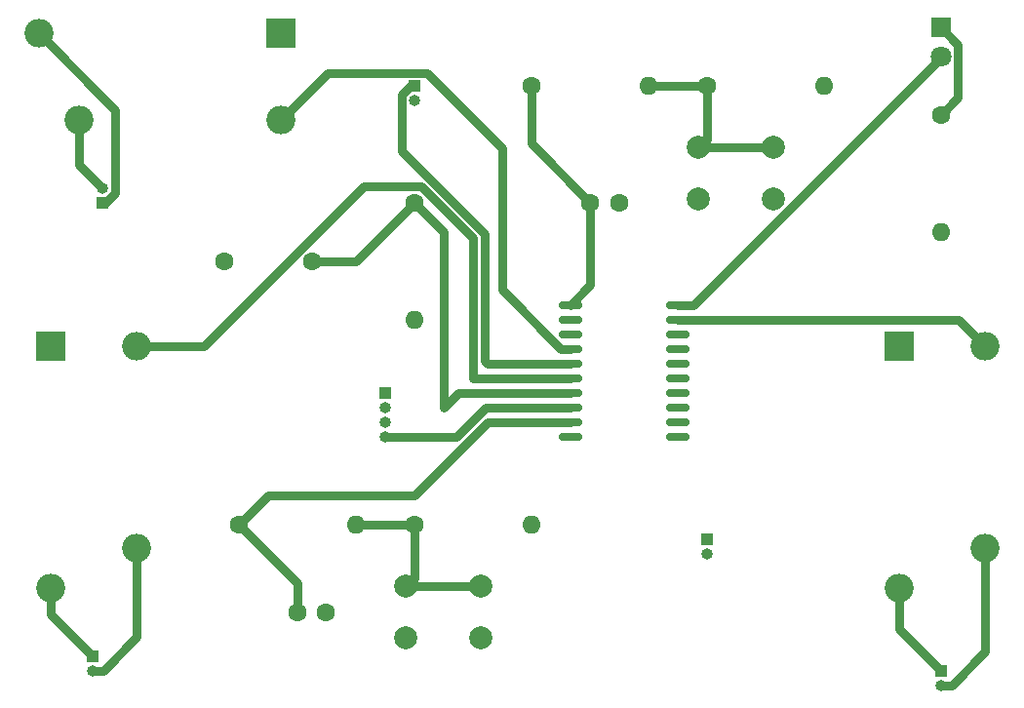
<source format=gbr>
%TF.GenerationSoftware,KiCad,Pcbnew,7.0.2*%
%TF.CreationDate,2023-06-25T21:00:02-03:00*%
%TF.ProjectId,horta,686f7274-612e-46b6-9963-61645f706362,rev?*%
%TF.SameCoordinates,Original*%
%TF.FileFunction,Copper,L1,Top*%
%TF.FilePolarity,Positive*%
%FSLAX46Y46*%
G04 Gerber Fmt 4.6, Leading zero omitted, Abs format (unit mm)*
G04 Created by KiCad (PCBNEW 7.0.2) date 2023-06-25 21:00:02*
%MOMM*%
%LPD*%
G01*
G04 APERTURE LIST*
G04 Aperture macros list*
%AMRoundRect*
0 Rectangle with rounded corners*
0 $1 Rounding radius*
0 $2 $3 $4 $5 $6 $7 $8 $9 X,Y pos of 4 corners*
0 Add a 4 corners polygon primitive as box body*
4,1,4,$2,$3,$4,$5,$6,$7,$8,$9,$2,$3,0*
0 Add four circle primitives for the rounded corners*
1,1,$1+$1,$2,$3*
1,1,$1+$1,$4,$5*
1,1,$1+$1,$6,$7*
1,1,$1+$1,$8,$9*
0 Add four rect primitives between the rounded corners*
20,1,$1+$1,$2,$3,$4,$5,0*
20,1,$1+$1,$4,$5,$6,$7,0*
20,1,$1+$1,$6,$7,$8,$9,0*
20,1,$1+$1,$8,$9,$2,$3,0*%
G04 Aperture macros list end*
%TA.AperFunction,SMDPad,CuDef*%
%ADD10RoundRect,0.150000X-0.875000X-0.150000X0.875000X-0.150000X0.875000X0.150000X-0.875000X0.150000X0*%
%TD*%
%TA.AperFunction,ComponentPad*%
%ADD11C,2.000000*%
%TD*%
%TA.AperFunction,ComponentPad*%
%ADD12C,1.600000*%
%TD*%
%TA.AperFunction,ComponentPad*%
%ADD13O,1.600000X1.600000*%
%TD*%
%TA.AperFunction,ComponentPad*%
%ADD14R,2.500000X2.500000*%
%TD*%
%TA.AperFunction,ComponentPad*%
%ADD15O,2.500000X2.500000*%
%TD*%
%TA.AperFunction,ComponentPad*%
%ADD16R,1.000000X1.000000*%
%TD*%
%TA.AperFunction,ComponentPad*%
%ADD17O,1.000000X1.000000*%
%TD*%
%TA.AperFunction,ComponentPad*%
%ADD18R,1.800000X1.800000*%
%TD*%
%TA.AperFunction,ComponentPad*%
%ADD19C,1.800000*%
%TD*%
%TA.AperFunction,Conductor*%
%ADD20C,0.800000*%
%TD*%
G04 APERTURE END LIST*
D10*
%TO.P,U1,1,PB0*%
%TO.N,Net-(U1-PB0)*%
X149860000Y-95250000D03*
%TO.P,U1,2,PA7*%
%TO.N,unconnected-(U1-PA7-Pad2)*%
X149860000Y-96520000D03*
%TO.P,U1,3,PA6*%
%TO.N,unconnected-(U1-PA6-Pad3)*%
X149860000Y-97790000D03*
%TO.P,U1,4,PA5*%
%TO.N,Net-(U1-PA5)*%
X149860000Y-99060000D03*
%TO.P,U1,5,PA4*%
%TO.N,Net-(J2-Pin_1)*%
X149860000Y-100330000D03*
%TO.P,U1,6,PA3*%
%TO.N,Net-(U1-PA3)*%
X149860000Y-101600000D03*
%TO.P,U1,7,PA2*%
%TO.N,Net-(U1-PA2)*%
X149860000Y-102870000D03*
%TO.P,U1,8,PA1*%
%TO.N,Net-(J5-Pin_4)*%
X149860000Y-104140000D03*
%TO.P,U1,9,PA0*%
%TO.N,Net-(U1-PA0)*%
X149860000Y-105410000D03*
%TO.P,U1,10,GND*%
%TO.N,GND*%
X149860000Y-106680000D03*
%TO.P,U1,11,VCC*%
%TO.N,VCC*%
X159160000Y-106680000D03*
%TO.P,U1,12,PC5*%
%TO.N,unconnected-(U1-PC5-Pad12)*%
X159160000Y-105410000D03*
%TO.P,U1,13,PC4*%
%TO.N,unconnected-(U1-PC4-Pad13)*%
X159160000Y-104140000D03*
%TO.P,U1,14,~{RESET}/PC3*%
%TO.N,unconnected-(U1-~{RESET}{slash}PC3-Pad14)*%
X159160000Y-102870000D03*
%TO.P,U1,15,PC2*%
%TO.N,unconnected-(U1-PC2-Pad15)*%
X159160000Y-101600000D03*
%TO.P,U1,16,PC1*%
%TO.N,unconnected-(U1-PC1-Pad16)*%
X159160000Y-100330000D03*
%TO.P,U1,17,PC0*%
%TO.N,unconnected-(U1-PC0-Pad17)*%
X159160000Y-99060000D03*
%TO.P,U1,18,PB3*%
%TO.N,unconnected-(U1-PB3-Pad18)*%
X159160000Y-97790000D03*
%TO.P,U1,19,PB2*%
%TO.N,Net-(U1-PB2)*%
X159160000Y-96520000D03*
%TO.P,U1,20,PB1*%
%TO.N,Net-(D1-A)*%
X159160000Y-95250000D03*
%TD*%
D11*
%TO.P,SW2,2,2*%
%TO.N,GND*%
X160990000Y-86070000D03*
X167490000Y-86070000D03*
%TO.P,SW2,1,1*%
%TO.N,Net-(R5-Pad2)*%
X160990000Y-81570000D03*
X167490000Y-81570000D03*
%TD*%
%TO.P,SW1,1,1*%
%TO.N,Net-(R1-Pad1)*%
X142090000Y-119670000D03*
X135590000Y-119670000D03*
%TO.P,SW1,2,2*%
%TO.N,GND*%
X142090000Y-124170000D03*
X135590000Y-124170000D03*
%TD*%
D12*
%TO.P,R7,1*%
%TO.N,Net-(D1-K)*%
X182020000Y-78740000D03*
D13*
%TO.P,R7,2*%
%TO.N,GND*%
X182020000Y-88900000D03*
%TD*%
%TO.P,R6,2*%
%TO.N,VCC*%
X171860000Y-76200000D03*
D12*
%TO.P,R6,1*%
%TO.N,Net-(R5-Pad2)*%
X161700000Y-76200000D03*
%TD*%
D13*
%TO.P,R5,2*%
%TO.N,Net-(R5-Pad2)*%
X156620000Y-76200000D03*
D12*
%TO.P,R5,1*%
%TO.N,Net-(U1-PB0)*%
X146460000Y-76200000D03*
%TD*%
D13*
%TO.P,R4,2*%
%TO.N,GND*%
X136300000Y-96520000D03*
D12*
%TO.P,R4,1*%
%TO.N,Net-(U1-PA2)*%
X136300000Y-86360000D03*
%TD*%
%TO.P,R3,1*%
%TO.N,VCC*%
X119800000Y-91440000D03*
%TO.P,R3,2*%
%TO.N,Net-(U1-PA2)*%
X127400000Y-91440000D03*
%TD*%
%TO.P,R2,1*%
%TO.N,Net-(U1-PA0)*%
X121060000Y-114300000D03*
D13*
%TO.P,R2,2*%
%TO.N,Net-(R1-Pad1)*%
X131220000Y-114300000D03*
%TD*%
D12*
%TO.P,R1,1*%
%TO.N,Net-(R1-Pad1)*%
X136300000Y-114300000D03*
D13*
%TO.P,R1,2*%
%TO.N,VCC*%
X146460000Y-114300000D03*
%TD*%
D14*
%TO.P,K3,1*%
%TO.N,GND*%
X178362500Y-98812500D03*
D15*
%TO.P,K3,3*%
%TO.N,Net-(J8-Pin_1)*%
X178362500Y-119812500D03*
%TO.P,K3,5*%
%TO.N,Net-(J8-Pin_2)*%
X185862500Y-116312500D03*
%TO.P,K3,6*%
%TO.N,Net-(U1-PB2)*%
X185862500Y-98812500D03*
%TD*%
D14*
%TO.P,K2,1*%
%TO.N,GND*%
X124707500Y-71682500D03*
D15*
%TO.P,K2,3*%
%TO.N,Net-(J7-Pin_1)*%
X103707500Y-71682500D03*
%TO.P,K2,5*%
%TO.N,Net-(J7-Pin_2)*%
X107207500Y-79182500D03*
%TO.P,K2,6*%
%TO.N,Net-(U1-PA5)*%
X124707500Y-79182500D03*
%TD*%
D14*
%TO.P,K1,1*%
%TO.N,GND*%
X104702500Y-98812500D03*
D15*
%TO.P,K1,3*%
%TO.N,Net-(J1-Pin_1)*%
X104702500Y-119812500D03*
%TO.P,K1,5*%
%TO.N,Net-(J1-Pin_2)*%
X112202500Y-116312500D03*
%TO.P,K1,6*%
%TO.N,Net-(U1-PA3)*%
X112202500Y-98812500D03*
%TD*%
D16*
%TO.P,J8,1,Pin_1*%
%TO.N,Net-(J8-Pin_1)*%
X182020000Y-127000000D03*
D17*
%TO.P,J8,2,Pin_2*%
%TO.N,Net-(J8-Pin_2)*%
X182020000Y-128270000D03*
%TD*%
D16*
%TO.P,J7,1,Pin_1*%
%TO.N,Net-(J7-Pin_1)*%
X109220000Y-86360000D03*
D17*
%TO.P,J7,2,Pin_2*%
%TO.N,Net-(J7-Pin_2)*%
X109220000Y-85090000D03*
%TD*%
D16*
%TO.P,J5,1,Pin_1*%
%TO.N,VCC*%
X133760000Y-102870000D03*
D17*
%TO.P,J5,2,Pin_2*%
%TO.N,GND*%
X133760000Y-104140000D03*
%TO.P,J5,3,Pin_3*%
%TO.N,unconnected-(J5-Pin_3-Pad3)*%
X133760000Y-105410000D03*
%TO.P,J5,4,Pin_4*%
%TO.N,Net-(J5-Pin_4)*%
X133760000Y-106680000D03*
%TD*%
D16*
%TO.P,J4,1,Pin_1*%
%TO.N,VCC*%
X161700000Y-115570000D03*
D17*
%TO.P,J4,2,Pin_2*%
%TO.N,GND*%
X161700000Y-116840000D03*
%TD*%
D16*
%TO.P,J2,1,Pin_1*%
%TO.N,Net-(J2-Pin_1)*%
X136300000Y-76200000D03*
D17*
%TO.P,J2,2,Pin_2*%
%TO.N,GND*%
X136300000Y-77470000D03*
%TD*%
D16*
%TO.P,J1,1,Pin_1*%
%TO.N,Net-(J1-Pin_1)*%
X108360000Y-125730000D03*
D17*
%TO.P,J1,2,Pin_2*%
%TO.N,Net-(J1-Pin_2)*%
X108360000Y-127000000D03*
%TD*%
D18*
%TO.P,D1,1,K*%
%TO.N,Net-(D1-K)*%
X182020000Y-71120000D03*
D19*
%TO.P,D1,2,A*%
%TO.N,Net-(D1-A)*%
X182020000Y-73660000D03*
%TD*%
D12*
%TO.P,C2,2*%
%TO.N,GND*%
X154080000Y-86360000D03*
%TO.P,C2,1*%
%TO.N,Net-(U1-PB0)*%
X151580000Y-86360000D03*
%TD*%
%TO.P,C1,2*%
%TO.N,GND*%
X128640000Y-121920000D03*
%TO.P,C1,1*%
%TO.N,Net-(U1-PA0)*%
X126140000Y-121920000D03*
%TD*%
D20*
%TO.N,Net-(J7-Pin_2)*%
X107207500Y-79182500D02*
X107207500Y-83077500D01*
X107207500Y-83077500D02*
X109220000Y-85090000D01*
%TO.N,Net-(J7-Pin_1)*%
X109505635Y-86360000D02*
X109220000Y-86360000D01*
X110320000Y-85545635D02*
X109505635Y-86360000D01*
X110320000Y-78295000D02*
X110320000Y-85545635D01*
X103707500Y-71682500D02*
X110320000Y-78295000D01*
%TO.N,Net-(U1-PA5)*%
X143920000Y-81620000D02*
X143920000Y-93935660D01*
X149044340Y-99060000D02*
X149860000Y-99060000D01*
X137400000Y-75100000D02*
X143920000Y-81620000D01*
X128790000Y-75100000D02*
X137400000Y-75100000D01*
X124707500Y-79182500D02*
X128790000Y-75100000D01*
X143920000Y-93935660D02*
X149044340Y-99060000D01*
%TO.N,Net-(R5-Pad2)*%
X160990000Y-81570000D02*
X167490000Y-81570000D01*
X161700000Y-80860000D02*
X160990000Y-81570000D01*
X161700000Y-76200000D02*
X161700000Y-80860000D01*
X156620000Y-76200000D02*
X161700000Y-76200000D01*
%TO.N,Net-(U1-PB0)*%
X146460000Y-81240000D02*
X151580000Y-86360000D01*
X146460000Y-76200000D02*
X146460000Y-81240000D01*
%TO.N,Net-(J2-Pin_1)*%
X136014365Y-76200000D02*
X136300000Y-76200000D01*
X135200000Y-77014365D02*
X136014365Y-76200000D01*
X142380000Y-89045887D02*
X135200000Y-81865887D01*
X135200000Y-81865887D02*
X135200000Y-77014365D01*
X142380000Y-100060000D02*
X142380000Y-89045887D01*
X149860000Y-100330000D02*
X142650000Y-100330000D01*
X142650000Y-100330000D02*
X142380000Y-100060000D01*
%TO.N,Net-(U1-PA3)*%
X141380000Y-101600000D02*
X149860000Y-101600000D01*
X141380000Y-89460101D02*
X141380000Y-101600000D01*
X131900101Y-84960000D02*
X136879899Y-84960000D01*
X118047601Y-98812500D02*
X131900101Y-84960000D01*
X136879899Y-84960000D02*
X141380000Y-89460101D01*
X112202500Y-98812500D02*
X118047601Y-98812500D01*
%TO.N,Net-(J5-Pin_4)*%
X142505786Y-104140000D02*
X149860000Y-104140000D01*
X139965786Y-106680000D02*
X142505786Y-104140000D01*
X133760000Y-106680000D02*
X139965786Y-106680000D01*
%TO.N,Net-(U1-PA2)*%
X138840000Y-104140000D02*
X140110000Y-102870000D01*
X140110000Y-102870000D02*
X149860000Y-102870000D01*
X138840000Y-88900000D02*
X138840000Y-104140000D01*
X136300000Y-86360000D02*
X138840000Y-88900000D01*
X131220000Y-91440000D02*
X136300000Y-86360000D01*
X127400000Y-91440000D02*
X131220000Y-91440000D01*
%TO.N,Net-(J8-Pin_1)*%
X178362500Y-123342500D02*
X182020000Y-127000000D01*
X178362500Y-119812500D02*
X178362500Y-123342500D01*
%TO.N,Net-(J8-Pin_2)*%
X185862500Y-125357500D02*
X182950000Y-128270000D01*
X185862500Y-116312500D02*
X185862500Y-125357500D01*
X182950000Y-128270000D02*
X182020000Y-128270000D01*
%TO.N,Net-(U1-PB2)*%
X183570000Y-96520000D02*
X159160000Y-96520000D01*
X185862500Y-98812500D02*
X183570000Y-96520000D01*
%TO.N,Net-(D1-K)*%
X183520000Y-77240000D02*
X182020000Y-78740000D01*
X182020000Y-71120000D02*
X183520000Y-72620000D01*
X183520000Y-72620000D02*
X183520000Y-77240000D01*
%TO.N,Net-(D1-A)*%
X182020000Y-73802742D02*
X182020000Y-73660000D01*
X159160000Y-95250000D02*
X160572742Y-95250000D01*
X160572742Y-95250000D02*
X182020000Y-73802742D01*
%TO.N,Net-(U1-PB0)*%
X151580000Y-93530000D02*
X149860000Y-95250000D01*
X151580000Y-86360000D02*
X151580000Y-93530000D01*
%TO.N,Net-(J1-Pin_1)*%
X104702500Y-122072500D02*
X108360000Y-125730000D01*
X104702500Y-119812500D02*
X104702500Y-122072500D01*
%TO.N,Net-(J1-Pin_2)*%
X112202500Y-124087500D02*
X112202500Y-116312500D01*
X108360000Y-127000000D02*
X109290000Y-127000000D01*
X109290000Y-127000000D02*
X112202500Y-124087500D01*
%TO.N,Net-(U1-PA0)*%
X142650000Y-105410000D02*
X149860000Y-105410000D01*
X136300000Y-111760000D02*
X142650000Y-105410000D01*
X123600000Y-111760000D02*
X136300000Y-111760000D01*
X121060000Y-114300000D02*
X123600000Y-111760000D01*
%TO.N,Net-(R1-Pad1)*%
X135590000Y-119670000D02*
X142090000Y-119670000D01*
X136300000Y-118960000D02*
X135590000Y-119670000D01*
X136300000Y-114300000D02*
X136300000Y-118960000D01*
X131220000Y-114300000D02*
X136300000Y-114300000D01*
%TO.N,Net-(U1-PA0)*%
X126140000Y-119380000D02*
X121060000Y-114300000D01*
X126140000Y-121920000D02*
X126140000Y-119380000D01*
%TD*%
M02*

</source>
